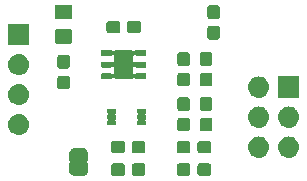
<source format=gbr>
G04 #@! TF.GenerationSoftware,KiCad,Pcbnew,(5.1.4)-1*
G04 #@! TF.CreationDate,2020-09-12T21:09:54+02:00*
G04 #@! TF.ProjectId,Sensorplatine,53656e73-6f72-4706-9c61-74696e652e6b,rev?*
G04 #@! TF.SameCoordinates,Original*
G04 #@! TF.FileFunction,Soldermask,Top*
G04 #@! TF.FilePolarity,Negative*
%FSLAX46Y46*%
G04 Gerber Fmt 4.6, Leading zero omitted, Abs format (unit mm)*
G04 Created by KiCad (PCBNEW (5.1.4)-1) date 2020-09-12 21:09:54*
%MOMM*%
%LPD*%
G04 APERTURE LIST*
%ADD10C,0.100000*%
G04 APERTURE END LIST*
D10*
G36*
X165362199Y-98479954D02*
G01*
X165374450Y-98480556D01*
X165392869Y-98480556D01*
X165415149Y-98482750D01*
X165499233Y-98499476D01*
X165520660Y-98505976D01*
X165599858Y-98538780D01*
X165605303Y-98541691D01*
X165605309Y-98541693D01*
X165614169Y-98546429D01*
X165614173Y-98546432D01*
X165619614Y-98549340D01*
X165690899Y-98596971D01*
X165708204Y-98611172D01*
X165768828Y-98671796D01*
X165783029Y-98689101D01*
X165830660Y-98760386D01*
X165833568Y-98765827D01*
X165833571Y-98765831D01*
X165838307Y-98774691D01*
X165838309Y-98774697D01*
X165841220Y-98780142D01*
X165874024Y-98859340D01*
X165880524Y-98880767D01*
X165897250Y-98964851D01*
X165899444Y-98987131D01*
X165899444Y-99005550D01*
X165900046Y-99017801D01*
X165901852Y-99036139D01*
X165901852Y-99523860D01*
X165900263Y-99539999D01*
X165897348Y-99549608D01*
X165892610Y-99558472D01*
X165886237Y-99566237D01*
X165873794Y-99576448D01*
X165863425Y-99583378D01*
X165846098Y-99600705D01*
X165832485Y-99621080D01*
X165823109Y-99643720D01*
X165818329Y-99667753D01*
X165818330Y-99692257D01*
X165823112Y-99716290D01*
X165832490Y-99738929D01*
X165846105Y-99759302D01*
X165863432Y-99776629D01*
X165873802Y-99783558D01*
X165886237Y-99793763D01*
X165892610Y-99801528D01*
X165897348Y-99810392D01*
X165900263Y-99820001D01*
X165901852Y-99836140D01*
X165901852Y-100323862D01*
X165900046Y-100342199D01*
X165899444Y-100354450D01*
X165899444Y-100372869D01*
X165897250Y-100395149D01*
X165880524Y-100479233D01*
X165874024Y-100500660D01*
X165841220Y-100579858D01*
X165838309Y-100585303D01*
X165838307Y-100585309D01*
X165833571Y-100594169D01*
X165833568Y-100594173D01*
X165830660Y-100599614D01*
X165783029Y-100670899D01*
X165768828Y-100688204D01*
X165708204Y-100748828D01*
X165690899Y-100763029D01*
X165619614Y-100810660D01*
X165614173Y-100813568D01*
X165614169Y-100813571D01*
X165605309Y-100818307D01*
X165605303Y-100818309D01*
X165599858Y-100821220D01*
X165520660Y-100854024D01*
X165499233Y-100860524D01*
X165415149Y-100877250D01*
X165392869Y-100879444D01*
X165374450Y-100879444D01*
X165362199Y-100880046D01*
X165343862Y-100881852D01*
X164856138Y-100881852D01*
X164837801Y-100880046D01*
X164825550Y-100879444D01*
X164807131Y-100879444D01*
X164784851Y-100877250D01*
X164700767Y-100860524D01*
X164679340Y-100854024D01*
X164600142Y-100821220D01*
X164594697Y-100818309D01*
X164594691Y-100818307D01*
X164585831Y-100813571D01*
X164585827Y-100813568D01*
X164580386Y-100810660D01*
X164509101Y-100763029D01*
X164491796Y-100748828D01*
X164431172Y-100688204D01*
X164416971Y-100670899D01*
X164369340Y-100599614D01*
X164366432Y-100594173D01*
X164366429Y-100594169D01*
X164361693Y-100585309D01*
X164361691Y-100585303D01*
X164358780Y-100579858D01*
X164325976Y-100500660D01*
X164319476Y-100479233D01*
X164302750Y-100395149D01*
X164300556Y-100372869D01*
X164300556Y-100354450D01*
X164299954Y-100342199D01*
X164298148Y-100323862D01*
X164298148Y-99836140D01*
X164299737Y-99820001D01*
X164302652Y-99810392D01*
X164307390Y-99801528D01*
X164313763Y-99793763D01*
X164326206Y-99783552D01*
X164336575Y-99776622D01*
X164353902Y-99759295D01*
X164367515Y-99738920D01*
X164376891Y-99716280D01*
X164381671Y-99692247D01*
X164381670Y-99667743D01*
X164376888Y-99643710D01*
X164367510Y-99621071D01*
X164353895Y-99600698D01*
X164336568Y-99583371D01*
X164326198Y-99576442D01*
X164313763Y-99566237D01*
X164307390Y-99558472D01*
X164302652Y-99549608D01*
X164299737Y-99539999D01*
X164298148Y-99523860D01*
X164298148Y-99036139D01*
X164299954Y-99017801D01*
X164300556Y-99005550D01*
X164300556Y-98987131D01*
X164302750Y-98964851D01*
X164319476Y-98880767D01*
X164325976Y-98859340D01*
X164358780Y-98780142D01*
X164361691Y-98774697D01*
X164361693Y-98774691D01*
X164366429Y-98765831D01*
X164366432Y-98765827D01*
X164369340Y-98760386D01*
X164416971Y-98689101D01*
X164431172Y-98671796D01*
X164491796Y-98611172D01*
X164509101Y-98596971D01*
X164580386Y-98549340D01*
X164585827Y-98546432D01*
X164585831Y-98546429D01*
X164594691Y-98541693D01*
X164594697Y-98541691D01*
X164600142Y-98538780D01*
X164679340Y-98505976D01*
X164700767Y-98499476D01*
X164784851Y-98482750D01*
X164807131Y-98480556D01*
X164825550Y-98480556D01*
X164837801Y-98479954D01*
X164856139Y-98478148D01*
X165343861Y-98478148D01*
X165362199Y-98479954D01*
X165362199Y-98479954D01*
G37*
G36*
X176154499Y-99808445D02*
G01*
X176191995Y-99819820D01*
X176226554Y-99838292D01*
X176256847Y-99863153D01*
X176281708Y-99893446D01*
X176300180Y-99928005D01*
X176311555Y-99965501D01*
X176316000Y-100010638D01*
X176316000Y-100649362D01*
X176311555Y-100694499D01*
X176300180Y-100731995D01*
X176281708Y-100766554D01*
X176256847Y-100796847D01*
X176226554Y-100821708D01*
X176191995Y-100840180D01*
X176154499Y-100851555D01*
X176109362Y-100856000D01*
X175370638Y-100856000D01*
X175325501Y-100851555D01*
X175288005Y-100840180D01*
X175253446Y-100821708D01*
X175223153Y-100796847D01*
X175198292Y-100766554D01*
X175179820Y-100731995D01*
X175168445Y-100694499D01*
X175164000Y-100649362D01*
X175164000Y-100010638D01*
X175168445Y-99965501D01*
X175179820Y-99928005D01*
X175198292Y-99893446D01*
X175223153Y-99863153D01*
X175253446Y-99838292D01*
X175288005Y-99819820D01*
X175325501Y-99808445D01*
X175370638Y-99804000D01*
X176109362Y-99804000D01*
X176154499Y-99808445D01*
X176154499Y-99808445D01*
G37*
G36*
X168844499Y-99808445D02*
G01*
X168881995Y-99819820D01*
X168916554Y-99838292D01*
X168946847Y-99863153D01*
X168971708Y-99893446D01*
X168990180Y-99928005D01*
X169001555Y-99965501D01*
X169006000Y-100010638D01*
X169006000Y-100649362D01*
X169001555Y-100694499D01*
X168990180Y-100731995D01*
X168971708Y-100766554D01*
X168946847Y-100796847D01*
X168916554Y-100821708D01*
X168881995Y-100840180D01*
X168844499Y-100851555D01*
X168799362Y-100856000D01*
X168060638Y-100856000D01*
X168015501Y-100851555D01*
X167978005Y-100840180D01*
X167943446Y-100821708D01*
X167913153Y-100796847D01*
X167888292Y-100766554D01*
X167869820Y-100731995D01*
X167858445Y-100694499D01*
X167854000Y-100649362D01*
X167854000Y-100010638D01*
X167858445Y-99965501D01*
X167869820Y-99928005D01*
X167888292Y-99893446D01*
X167913153Y-99863153D01*
X167943446Y-99838292D01*
X167978005Y-99819820D01*
X168015501Y-99808445D01*
X168060638Y-99804000D01*
X168799362Y-99804000D01*
X168844499Y-99808445D01*
X168844499Y-99808445D01*
G37*
G36*
X174404499Y-99808445D02*
G01*
X174441995Y-99819820D01*
X174476554Y-99838292D01*
X174506847Y-99863153D01*
X174531708Y-99893446D01*
X174550180Y-99928005D01*
X174561555Y-99965501D01*
X174566000Y-100010638D01*
X174566000Y-100649362D01*
X174561555Y-100694499D01*
X174550180Y-100731995D01*
X174531708Y-100766554D01*
X174506847Y-100796847D01*
X174476554Y-100821708D01*
X174441995Y-100840180D01*
X174404499Y-100851555D01*
X174359362Y-100856000D01*
X173620638Y-100856000D01*
X173575501Y-100851555D01*
X173538005Y-100840180D01*
X173503446Y-100821708D01*
X173473153Y-100796847D01*
X173448292Y-100766554D01*
X173429820Y-100731995D01*
X173418445Y-100694499D01*
X173414000Y-100649362D01*
X173414000Y-100010638D01*
X173418445Y-99965501D01*
X173429820Y-99928005D01*
X173448292Y-99893446D01*
X173473153Y-99863153D01*
X173503446Y-99838292D01*
X173538005Y-99819820D01*
X173575501Y-99808445D01*
X173620638Y-99804000D01*
X174359362Y-99804000D01*
X174404499Y-99808445D01*
X174404499Y-99808445D01*
G37*
G36*
X170594499Y-99808445D02*
G01*
X170631995Y-99819820D01*
X170666554Y-99838292D01*
X170696847Y-99863153D01*
X170721708Y-99893446D01*
X170740180Y-99928005D01*
X170751555Y-99965501D01*
X170756000Y-100010638D01*
X170756000Y-100649362D01*
X170751555Y-100694499D01*
X170740180Y-100731995D01*
X170721708Y-100766554D01*
X170696847Y-100796847D01*
X170666554Y-100821708D01*
X170631995Y-100840180D01*
X170594499Y-100851555D01*
X170549362Y-100856000D01*
X169810638Y-100856000D01*
X169765501Y-100851555D01*
X169728005Y-100840180D01*
X169693446Y-100821708D01*
X169663153Y-100796847D01*
X169638292Y-100766554D01*
X169619820Y-100731995D01*
X169608445Y-100694499D01*
X169604000Y-100649362D01*
X169604000Y-100010638D01*
X169608445Y-99965501D01*
X169619820Y-99928005D01*
X169638292Y-99893446D01*
X169663153Y-99863153D01*
X169693446Y-99838292D01*
X169728005Y-99819820D01*
X169765501Y-99808445D01*
X169810638Y-99804000D01*
X170549362Y-99804000D01*
X170594499Y-99808445D01*
X170594499Y-99808445D01*
G37*
G36*
X180450442Y-97530518D02*
G01*
X180516627Y-97537037D01*
X180686466Y-97588557D01*
X180842991Y-97672222D01*
X180878729Y-97701552D01*
X180980186Y-97784814D01*
X181063448Y-97886271D01*
X181092778Y-97922009D01*
X181176443Y-98078534D01*
X181227963Y-98248373D01*
X181245359Y-98425000D01*
X181227963Y-98601627D01*
X181176443Y-98771466D01*
X181092778Y-98927991D01*
X181077543Y-98946555D01*
X180980186Y-99065186D01*
X180878729Y-99148448D01*
X180842991Y-99177778D01*
X180686466Y-99261443D01*
X180516627Y-99312963D01*
X180450442Y-99319482D01*
X180384260Y-99326000D01*
X180295740Y-99326000D01*
X180229557Y-99319481D01*
X180163373Y-99312963D01*
X179993534Y-99261443D01*
X179837009Y-99177778D01*
X179801271Y-99148448D01*
X179699814Y-99065186D01*
X179602457Y-98946555D01*
X179587222Y-98927991D01*
X179503557Y-98771466D01*
X179452037Y-98601627D01*
X179434641Y-98425000D01*
X179452037Y-98248373D01*
X179503557Y-98078534D01*
X179587222Y-97922009D01*
X179616552Y-97886271D01*
X179699814Y-97784814D01*
X179801271Y-97701552D01*
X179837009Y-97672222D01*
X179993534Y-97588557D01*
X180163373Y-97537037D01*
X180229558Y-97530518D01*
X180295740Y-97524000D01*
X180384260Y-97524000D01*
X180450442Y-97530518D01*
X180450442Y-97530518D01*
G37*
G36*
X182990442Y-97530518D02*
G01*
X183056627Y-97537037D01*
X183226466Y-97588557D01*
X183382991Y-97672222D01*
X183418729Y-97701552D01*
X183520186Y-97784814D01*
X183603448Y-97886271D01*
X183632778Y-97922009D01*
X183716443Y-98078534D01*
X183767963Y-98248373D01*
X183785359Y-98425000D01*
X183767963Y-98601627D01*
X183716443Y-98771466D01*
X183632778Y-98927991D01*
X183617543Y-98946555D01*
X183520186Y-99065186D01*
X183418729Y-99148448D01*
X183382991Y-99177778D01*
X183226466Y-99261443D01*
X183056627Y-99312963D01*
X182990442Y-99319482D01*
X182924260Y-99326000D01*
X182835740Y-99326000D01*
X182769557Y-99319481D01*
X182703373Y-99312963D01*
X182533534Y-99261443D01*
X182377009Y-99177778D01*
X182341271Y-99148448D01*
X182239814Y-99065186D01*
X182142457Y-98946555D01*
X182127222Y-98927991D01*
X182043557Y-98771466D01*
X181992037Y-98601627D01*
X181974641Y-98425000D01*
X181992037Y-98248373D01*
X182043557Y-98078534D01*
X182127222Y-97922009D01*
X182156552Y-97886271D01*
X182239814Y-97784814D01*
X182341271Y-97701552D01*
X182377009Y-97672222D01*
X182533534Y-97588557D01*
X182703373Y-97537037D01*
X182769558Y-97530518D01*
X182835740Y-97524000D01*
X182924260Y-97524000D01*
X182990442Y-97530518D01*
X182990442Y-97530518D01*
G37*
G36*
X174404499Y-97903445D02*
G01*
X174441995Y-97914820D01*
X174476554Y-97933292D01*
X174506847Y-97958153D01*
X174531708Y-97988446D01*
X174550180Y-98023005D01*
X174561555Y-98060501D01*
X174566000Y-98105638D01*
X174566000Y-98744362D01*
X174561555Y-98789499D01*
X174550180Y-98826995D01*
X174531708Y-98861554D01*
X174506847Y-98891847D01*
X174476554Y-98916708D01*
X174441995Y-98935180D01*
X174404499Y-98946555D01*
X174359362Y-98951000D01*
X173620638Y-98951000D01*
X173575501Y-98946555D01*
X173538005Y-98935180D01*
X173503446Y-98916708D01*
X173473153Y-98891847D01*
X173448292Y-98861554D01*
X173429820Y-98826995D01*
X173418445Y-98789499D01*
X173414000Y-98744362D01*
X173414000Y-98105638D01*
X173418445Y-98060501D01*
X173429820Y-98023005D01*
X173448292Y-97988446D01*
X173473153Y-97958153D01*
X173503446Y-97933292D01*
X173538005Y-97914820D01*
X173575501Y-97903445D01*
X173620638Y-97899000D01*
X174359362Y-97899000D01*
X174404499Y-97903445D01*
X174404499Y-97903445D01*
G37*
G36*
X176154499Y-97903445D02*
G01*
X176191995Y-97914820D01*
X176226554Y-97933292D01*
X176256847Y-97958153D01*
X176281708Y-97988446D01*
X176300180Y-98023005D01*
X176311555Y-98060501D01*
X176316000Y-98105638D01*
X176316000Y-98744362D01*
X176311555Y-98789499D01*
X176300180Y-98826995D01*
X176281708Y-98861554D01*
X176256847Y-98891847D01*
X176226554Y-98916708D01*
X176191995Y-98935180D01*
X176154499Y-98946555D01*
X176109362Y-98951000D01*
X175370638Y-98951000D01*
X175325501Y-98946555D01*
X175288005Y-98935180D01*
X175253446Y-98916708D01*
X175223153Y-98891847D01*
X175198292Y-98861554D01*
X175179820Y-98826995D01*
X175168445Y-98789499D01*
X175164000Y-98744362D01*
X175164000Y-98105638D01*
X175168445Y-98060501D01*
X175179820Y-98023005D01*
X175198292Y-97988446D01*
X175223153Y-97958153D01*
X175253446Y-97933292D01*
X175288005Y-97914820D01*
X175325501Y-97903445D01*
X175370638Y-97899000D01*
X176109362Y-97899000D01*
X176154499Y-97903445D01*
X176154499Y-97903445D01*
G37*
G36*
X168844499Y-97903445D02*
G01*
X168881995Y-97914820D01*
X168916554Y-97933292D01*
X168946847Y-97958153D01*
X168971708Y-97988446D01*
X168990180Y-98023005D01*
X169001555Y-98060501D01*
X169006000Y-98105638D01*
X169006000Y-98744362D01*
X169001555Y-98789499D01*
X168990180Y-98826995D01*
X168971708Y-98861554D01*
X168946847Y-98891847D01*
X168916554Y-98916708D01*
X168881995Y-98935180D01*
X168844499Y-98946555D01*
X168799362Y-98951000D01*
X168060638Y-98951000D01*
X168015501Y-98946555D01*
X167978005Y-98935180D01*
X167943446Y-98916708D01*
X167913153Y-98891847D01*
X167888292Y-98861554D01*
X167869820Y-98826995D01*
X167858445Y-98789499D01*
X167854000Y-98744362D01*
X167854000Y-98105638D01*
X167858445Y-98060501D01*
X167869820Y-98023005D01*
X167888292Y-97988446D01*
X167913153Y-97958153D01*
X167943446Y-97933292D01*
X167978005Y-97914820D01*
X168015501Y-97903445D01*
X168060638Y-97899000D01*
X168799362Y-97899000D01*
X168844499Y-97903445D01*
X168844499Y-97903445D01*
G37*
G36*
X170594499Y-97903445D02*
G01*
X170631995Y-97914820D01*
X170666554Y-97933292D01*
X170696847Y-97958153D01*
X170721708Y-97988446D01*
X170740180Y-98023005D01*
X170751555Y-98060501D01*
X170756000Y-98105638D01*
X170756000Y-98744362D01*
X170751555Y-98789499D01*
X170740180Y-98826995D01*
X170721708Y-98861554D01*
X170696847Y-98891847D01*
X170666554Y-98916708D01*
X170631995Y-98935180D01*
X170594499Y-98946555D01*
X170549362Y-98951000D01*
X169810638Y-98951000D01*
X169765501Y-98946555D01*
X169728005Y-98935180D01*
X169693446Y-98916708D01*
X169663153Y-98891847D01*
X169638292Y-98861554D01*
X169619820Y-98826995D01*
X169608445Y-98789499D01*
X169604000Y-98744362D01*
X169604000Y-98105638D01*
X169608445Y-98060501D01*
X169619820Y-98023005D01*
X169638292Y-97988446D01*
X169663153Y-97958153D01*
X169693446Y-97933292D01*
X169728005Y-97914820D01*
X169765501Y-97903445D01*
X169810638Y-97899000D01*
X170549362Y-97899000D01*
X170594499Y-97903445D01*
X170594499Y-97903445D01*
G37*
G36*
X160130442Y-95625518D02*
G01*
X160196627Y-95632037D01*
X160366466Y-95683557D01*
X160366468Y-95683558D01*
X160411615Y-95707690D01*
X160522991Y-95767222D01*
X160544044Y-95784500D01*
X160660186Y-95879814D01*
X160712861Y-95944000D01*
X160772778Y-96017009D01*
X160772779Y-96017011D01*
X160844573Y-96151326D01*
X160856443Y-96173534D01*
X160907963Y-96343373D01*
X160925359Y-96520000D01*
X160907963Y-96696627D01*
X160856443Y-96866466D01*
X160772778Y-97022991D01*
X160749236Y-97051677D01*
X160660186Y-97160186D01*
X160558729Y-97243448D01*
X160522991Y-97272778D01*
X160366466Y-97356443D01*
X160196627Y-97407963D01*
X160130442Y-97414482D01*
X160064260Y-97421000D01*
X159975740Y-97421000D01*
X159909558Y-97414482D01*
X159843373Y-97407963D01*
X159673534Y-97356443D01*
X159517009Y-97272778D01*
X159481271Y-97243448D01*
X159379814Y-97160186D01*
X159290764Y-97051677D01*
X159267222Y-97022991D01*
X159183557Y-96866466D01*
X159132037Y-96696627D01*
X159114641Y-96520000D01*
X159132037Y-96343373D01*
X159183557Y-96173534D01*
X159195428Y-96151326D01*
X159267221Y-96017011D01*
X159267222Y-96017009D01*
X159327139Y-95944000D01*
X159379814Y-95879814D01*
X159495956Y-95784500D01*
X159517009Y-95767222D01*
X159628385Y-95707690D01*
X159673532Y-95683558D01*
X159673534Y-95683557D01*
X159843373Y-95632037D01*
X159909558Y-95625518D01*
X159975740Y-95619000D01*
X160064260Y-95619000D01*
X160130442Y-95625518D01*
X160130442Y-95625518D01*
G37*
G36*
X174354499Y-95948445D02*
G01*
X174391995Y-95959820D01*
X174426554Y-95978292D01*
X174456847Y-96003153D01*
X174481708Y-96033446D01*
X174500180Y-96068005D01*
X174511555Y-96105501D01*
X174516000Y-96150638D01*
X174516000Y-96889362D01*
X174511555Y-96934499D01*
X174500180Y-96971995D01*
X174481708Y-97006554D01*
X174456847Y-97036847D01*
X174426554Y-97061708D01*
X174391995Y-97080180D01*
X174354499Y-97091555D01*
X174309362Y-97096000D01*
X173670638Y-97096000D01*
X173625501Y-97091555D01*
X173588005Y-97080180D01*
X173553446Y-97061708D01*
X173523153Y-97036847D01*
X173498292Y-97006554D01*
X173479820Y-96971995D01*
X173468445Y-96934499D01*
X173464000Y-96889362D01*
X173464000Y-96150638D01*
X173468445Y-96105501D01*
X173479820Y-96068005D01*
X173498292Y-96033446D01*
X173523153Y-96003153D01*
X173553446Y-95978292D01*
X173588005Y-95959820D01*
X173625501Y-95948445D01*
X173670638Y-95944000D01*
X174309362Y-95944000D01*
X174354499Y-95948445D01*
X174354499Y-95948445D01*
G37*
G36*
X176259499Y-95948445D02*
G01*
X176296995Y-95959820D01*
X176331554Y-95978292D01*
X176361847Y-96003153D01*
X176386708Y-96033446D01*
X176405180Y-96068005D01*
X176416555Y-96105501D01*
X176421000Y-96150638D01*
X176421000Y-96889362D01*
X176416555Y-96934499D01*
X176405180Y-96971995D01*
X176386708Y-97006554D01*
X176361847Y-97036847D01*
X176331554Y-97061708D01*
X176296995Y-97080180D01*
X176259499Y-97091555D01*
X176214362Y-97096000D01*
X175575638Y-97096000D01*
X175530501Y-97091555D01*
X175493005Y-97080180D01*
X175458446Y-97061708D01*
X175428153Y-97036847D01*
X175403292Y-97006554D01*
X175384820Y-96971995D01*
X175373445Y-96934499D01*
X175369000Y-96889362D01*
X175369000Y-96150638D01*
X175373445Y-96105501D01*
X175384820Y-96068005D01*
X175403292Y-96033446D01*
X175428153Y-96003153D01*
X175458446Y-95978292D01*
X175493005Y-95959820D01*
X175530501Y-95948445D01*
X175575638Y-95944000D01*
X176214362Y-95944000D01*
X176259499Y-95948445D01*
X176259499Y-95948445D01*
G37*
G36*
X182990443Y-94990519D02*
G01*
X183056627Y-94997037D01*
X183226466Y-95048557D01*
X183382991Y-95132222D01*
X183418729Y-95161552D01*
X183520186Y-95244814D01*
X183586796Y-95325980D01*
X183632778Y-95382009D01*
X183716443Y-95538534D01*
X183767963Y-95708373D01*
X183785359Y-95885000D01*
X183767963Y-96061627D01*
X183716443Y-96231466D01*
X183632778Y-96387991D01*
X183603448Y-96423729D01*
X183520186Y-96525186D01*
X183418729Y-96608448D01*
X183382991Y-96637778D01*
X183226466Y-96721443D01*
X183056627Y-96772963D01*
X182990442Y-96779482D01*
X182924260Y-96786000D01*
X182835740Y-96786000D01*
X182769558Y-96779482D01*
X182703373Y-96772963D01*
X182533534Y-96721443D01*
X182377009Y-96637778D01*
X182341271Y-96608448D01*
X182239814Y-96525186D01*
X182156552Y-96423729D01*
X182127222Y-96387991D01*
X182043557Y-96231466D01*
X181992037Y-96061627D01*
X181974641Y-95885000D01*
X181992037Y-95708373D01*
X182043557Y-95538534D01*
X182127222Y-95382009D01*
X182173204Y-95325980D01*
X182239814Y-95244814D01*
X182341271Y-95161552D01*
X182377009Y-95132222D01*
X182533534Y-95048557D01*
X182703373Y-94997037D01*
X182769557Y-94990519D01*
X182835740Y-94984000D01*
X182924260Y-94984000D01*
X182990443Y-94990519D01*
X182990443Y-94990519D01*
G37*
G36*
X180450443Y-94990519D02*
G01*
X180516627Y-94997037D01*
X180686466Y-95048557D01*
X180842991Y-95132222D01*
X180878729Y-95161552D01*
X180980186Y-95244814D01*
X181046796Y-95325980D01*
X181092778Y-95382009D01*
X181176443Y-95538534D01*
X181227963Y-95708373D01*
X181245359Y-95885000D01*
X181227963Y-96061627D01*
X181176443Y-96231466D01*
X181092778Y-96387991D01*
X181063448Y-96423729D01*
X180980186Y-96525186D01*
X180878729Y-96608448D01*
X180842991Y-96637778D01*
X180686466Y-96721443D01*
X180516627Y-96772963D01*
X180450442Y-96779482D01*
X180384260Y-96786000D01*
X180295740Y-96786000D01*
X180229558Y-96779482D01*
X180163373Y-96772963D01*
X179993534Y-96721443D01*
X179837009Y-96637778D01*
X179801271Y-96608448D01*
X179699814Y-96525186D01*
X179616552Y-96423729D01*
X179587222Y-96387991D01*
X179503557Y-96231466D01*
X179452037Y-96061627D01*
X179434641Y-95885000D01*
X179452037Y-95708373D01*
X179503557Y-95538534D01*
X179587222Y-95382009D01*
X179633204Y-95325980D01*
X179699814Y-95244814D01*
X179801271Y-95161552D01*
X179837009Y-95132222D01*
X179993534Y-95048557D01*
X180163373Y-94997037D01*
X180229557Y-94990519D01*
X180295740Y-94984000D01*
X180384260Y-94984000D01*
X180450443Y-94990519D01*
X180450443Y-94990519D01*
G37*
G36*
X170754295Y-95177323D02*
G01*
X170761310Y-95179451D01*
X170767776Y-95182908D01*
X170773442Y-95187558D01*
X170778092Y-95193224D01*
X170781549Y-95199690D01*
X170783677Y-95206705D01*
X170785000Y-95220140D01*
X170785000Y-95533860D01*
X170783677Y-95547295D01*
X170781549Y-95554310D01*
X170772590Y-95571070D01*
X170771961Y-95572011D01*
X170762570Y-95594644D01*
X170757775Y-95618674D01*
X170757761Y-95643178D01*
X170762527Y-95667214D01*
X170771891Y-95689859D01*
X170772526Y-95690809D01*
X170781549Y-95707690D01*
X170783677Y-95714705D01*
X170785000Y-95728140D01*
X170785000Y-96041860D01*
X170783677Y-96055295D01*
X170781549Y-96062310D01*
X170772590Y-96079070D01*
X170771961Y-96080011D01*
X170762570Y-96102644D01*
X170757775Y-96126674D01*
X170757761Y-96151178D01*
X170762527Y-96175214D01*
X170771891Y-96197859D01*
X170772526Y-96198809D01*
X170781549Y-96215690D01*
X170783677Y-96222705D01*
X170785000Y-96236140D01*
X170785000Y-96549860D01*
X170783677Y-96563295D01*
X170781549Y-96570310D01*
X170778092Y-96576776D01*
X170773442Y-96582442D01*
X170767776Y-96587092D01*
X170761310Y-96590549D01*
X170754295Y-96592677D01*
X170740860Y-96594000D01*
X170127140Y-96594000D01*
X170113705Y-96592677D01*
X170106690Y-96590549D01*
X170100224Y-96587092D01*
X170094558Y-96582442D01*
X170089908Y-96576776D01*
X170086451Y-96570310D01*
X170084323Y-96563295D01*
X170083000Y-96549860D01*
X170083000Y-96236140D01*
X170084323Y-96222705D01*
X170086451Y-96215690D01*
X170095410Y-96198930D01*
X170096039Y-96197989D01*
X170105430Y-96175356D01*
X170110225Y-96151326D01*
X170110239Y-96126822D01*
X170105473Y-96102786D01*
X170096109Y-96080141D01*
X170095474Y-96079191D01*
X170086451Y-96062310D01*
X170084323Y-96055295D01*
X170083000Y-96041860D01*
X170083000Y-95728140D01*
X170084323Y-95714705D01*
X170086451Y-95707690D01*
X170095410Y-95690930D01*
X170096039Y-95689989D01*
X170105430Y-95667356D01*
X170110225Y-95643326D01*
X170110239Y-95618822D01*
X170105473Y-95594786D01*
X170096109Y-95572141D01*
X170095474Y-95571191D01*
X170086451Y-95554310D01*
X170084323Y-95547295D01*
X170083000Y-95533860D01*
X170083000Y-95220140D01*
X170084323Y-95206705D01*
X170086451Y-95199690D01*
X170089908Y-95193224D01*
X170094558Y-95187558D01*
X170100224Y-95182908D01*
X170106690Y-95179451D01*
X170113705Y-95177323D01*
X170127140Y-95176000D01*
X170740860Y-95176000D01*
X170754295Y-95177323D01*
X170754295Y-95177323D01*
G37*
G36*
X168214295Y-95177323D02*
G01*
X168221310Y-95179451D01*
X168227776Y-95182908D01*
X168233442Y-95187558D01*
X168238092Y-95193224D01*
X168241549Y-95199690D01*
X168243677Y-95206705D01*
X168245000Y-95220140D01*
X168245000Y-95533860D01*
X168243677Y-95547295D01*
X168241549Y-95554310D01*
X168232590Y-95571070D01*
X168231961Y-95572011D01*
X168222570Y-95594644D01*
X168217775Y-95618674D01*
X168217761Y-95643178D01*
X168222527Y-95667214D01*
X168231891Y-95689859D01*
X168232526Y-95690809D01*
X168241549Y-95707690D01*
X168243677Y-95714705D01*
X168245000Y-95728140D01*
X168245000Y-96041860D01*
X168243677Y-96055295D01*
X168241549Y-96062310D01*
X168232590Y-96079070D01*
X168231961Y-96080011D01*
X168222570Y-96102644D01*
X168217775Y-96126674D01*
X168217761Y-96151178D01*
X168222527Y-96175214D01*
X168231891Y-96197859D01*
X168232526Y-96198809D01*
X168241549Y-96215690D01*
X168243677Y-96222705D01*
X168245000Y-96236140D01*
X168245000Y-96549860D01*
X168243677Y-96563295D01*
X168241549Y-96570310D01*
X168238092Y-96576776D01*
X168233442Y-96582442D01*
X168227776Y-96587092D01*
X168221310Y-96590549D01*
X168214295Y-96592677D01*
X168200860Y-96594000D01*
X167587140Y-96594000D01*
X167573705Y-96592677D01*
X167566690Y-96590549D01*
X167560224Y-96587092D01*
X167554558Y-96582442D01*
X167549908Y-96576776D01*
X167546451Y-96570310D01*
X167544323Y-96563295D01*
X167543000Y-96549860D01*
X167543000Y-96236140D01*
X167544323Y-96222705D01*
X167546451Y-96215690D01*
X167555410Y-96198930D01*
X167556039Y-96197989D01*
X167565430Y-96175356D01*
X167570225Y-96151326D01*
X167570239Y-96126822D01*
X167565473Y-96102786D01*
X167556109Y-96080141D01*
X167555474Y-96079191D01*
X167546451Y-96062310D01*
X167544323Y-96055295D01*
X167543000Y-96041860D01*
X167543000Y-95728140D01*
X167544323Y-95714705D01*
X167546451Y-95707690D01*
X167555410Y-95690930D01*
X167556039Y-95689989D01*
X167565430Y-95667356D01*
X167570225Y-95643326D01*
X167570239Y-95618822D01*
X167565473Y-95594786D01*
X167556109Y-95572141D01*
X167555474Y-95571191D01*
X167546451Y-95554310D01*
X167544323Y-95547295D01*
X167543000Y-95533860D01*
X167543000Y-95220140D01*
X167544323Y-95206705D01*
X167546451Y-95199690D01*
X167549908Y-95193224D01*
X167554558Y-95187558D01*
X167560224Y-95182908D01*
X167566690Y-95179451D01*
X167573705Y-95177323D01*
X167587140Y-95176000D01*
X168200860Y-95176000D01*
X168214295Y-95177323D01*
X168214295Y-95177323D01*
G37*
G36*
X176259499Y-94198445D02*
G01*
X176296995Y-94209820D01*
X176331554Y-94228292D01*
X176361847Y-94253153D01*
X176386708Y-94283446D01*
X176405180Y-94318005D01*
X176416555Y-94355501D01*
X176421000Y-94400638D01*
X176421000Y-95139362D01*
X176416555Y-95184499D01*
X176405180Y-95221995D01*
X176386708Y-95256554D01*
X176361847Y-95286847D01*
X176331554Y-95311708D01*
X176296995Y-95330180D01*
X176259499Y-95341555D01*
X176214362Y-95346000D01*
X175575638Y-95346000D01*
X175530501Y-95341555D01*
X175493005Y-95330180D01*
X175458446Y-95311708D01*
X175428153Y-95286847D01*
X175403292Y-95256554D01*
X175384820Y-95221995D01*
X175373445Y-95184499D01*
X175369000Y-95139362D01*
X175369000Y-94400638D01*
X175373445Y-94355501D01*
X175384820Y-94318005D01*
X175403292Y-94283446D01*
X175428153Y-94253153D01*
X175458446Y-94228292D01*
X175493005Y-94209820D01*
X175530501Y-94198445D01*
X175575638Y-94194000D01*
X176214362Y-94194000D01*
X176259499Y-94198445D01*
X176259499Y-94198445D01*
G37*
G36*
X174354499Y-94198445D02*
G01*
X174391995Y-94209820D01*
X174426554Y-94228292D01*
X174456847Y-94253153D01*
X174481708Y-94283446D01*
X174500180Y-94318005D01*
X174511555Y-94355501D01*
X174516000Y-94400638D01*
X174516000Y-95139362D01*
X174511555Y-95184499D01*
X174500180Y-95221995D01*
X174481708Y-95256554D01*
X174456847Y-95286847D01*
X174426554Y-95311708D01*
X174391995Y-95330180D01*
X174354499Y-95341555D01*
X174309362Y-95346000D01*
X173670638Y-95346000D01*
X173625501Y-95341555D01*
X173588005Y-95330180D01*
X173553446Y-95311708D01*
X173523153Y-95286847D01*
X173498292Y-95256554D01*
X173479820Y-95221995D01*
X173468445Y-95184499D01*
X173464000Y-95139362D01*
X173464000Y-94400638D01*
X173468445Y-94355501D01*
X173479820Y-94318005D01*
X173498292Y-94283446D01*
X173523153Y-94253153D01*
X173553446Y-94228292D01*
X173588005Y-94209820D01*
X173625501Y-94198445D01*
X173670638Y-94194000D01*
X174309362Y-94194000D01*
X174354499Y-94198445D01*
X174354499Y-94198445D01*
G37*
G36*
X160130443Y-93085519D02*
G01*
X160196627Y-93092037D01*
X160366466Y-93143557D01*
X160522991Y-93227222D01*
X160540604Y-93241677D01*
X160660186Y-93339814D01*
X160739577Y-93436554D01*
X160772778Y-93477009D01*
X160856443Y-93633534D01*
X160907963Y-93803373D01*
X160925359Y-93980000D01*
X160907963Y-94156627D01*
X160856443Y-94326466D01*
X160772778Y-94482991D01*
X160743448Y-94518729D01*
X160660186Y-94620186D01*
X160558729Y-94703448D01*
X160522991Y-94732778D01*
X160366466Y-94816443D01*
X160196627Y-94867963D01*
X160130443Y-94874481D01*
X160064260Y-94881000D01*
X159975740Y-94881000D01*
X159909557Y-94874481D01*
X159843373Y-94867963D01*
X159673534Y-94816443D01*
X159517009Y-94732778D01*
X159481271Y-94703448D01*
X159379814Y-94620186D01*
X159296552Y-94518729D01*
X159267222Y-94482991D01*
X159183557Y-94326466D01*
X159132037Y-94156627D01*
X159114641Y-93980000D01*
X159132037Y-93803373D01*
X159183557Y-93633534D01*
X159267222Y-93477009D01*
X159300423Y-93436554D01*
X159379814Y-93339814D01*
X159499396Y-93241677D01*
X159517009Y-93227222D01*
X159673534Y-93143557D01*
X159843373Y-93092037D01*
X159909557Y-93085519D01*
X159975740Y-93079000D01*
X160064260Y-93079000D01*
X160130443Y-93085519D01*
X160130443Y-93085519D01*
G37*
G36*
X183781000Y-94246000D02*
G01*
X181979000Y-94246000D01*
X181979000Y-92444000D01*
X183781000Y-92444000D01*
X183781000Y-94246000D01*
X183781000Y-94246000D01*
G37*
G36*
X180450443Y-92450519D02*
G01*
X180516627Y-92457037D01*
X180686466Y-92508557D01*
X180842991Y-92592222D01*
X180861981Y-92607807D01*
X180980186Y-92704814D01*
X181063448Y-92806271D01*
X181092778Y-92842009D01*
X181176443Y-92998534D01*
X181227963Y-93168373D01*
X181245359Y-93345000D01*
X181227963Y-93521627D01*
X181176443Y-93691466D01*
X181092778Y-93847991D01*
X181063448Y-93883729D01*
X180980186Y-93985186D01*
X180878729Y-94068448D01*
X180842991Y-94097778D01*
X180686466Y-94181443D01*
X180516627Y-94232963D01*
X180462205Y-94238323D01*
X180384260Y-94246000D01*
X180295740Y-94246000D01*
X180217795Y-94238323D01*
X180163373Y-94232963D01*
X179993534Y-94181443D01*
X179837009Y-94097778D01*
X179801271Y-94068448D01*
X179699814Y-93985186D01*
X179616552Y-93883729D01*
X179587222Y-93847991D01*
X179503557Y-93691466D01*
X179452037Y-93521627D01*
X179434641Y-93345000D01*
X179452037Y-93168373D01*
X179503557Y-92998534D01*
X179587222Y-92842009D01*
X179616552Y-92806271D01*
X179699814Y-92704814D01*
X179818019Y-92607807D01*
X179837009Y-92592222D01*
X179993534Y-92508557D01*
X180163373Y-92457037D01*
X180229557Y-92450519D01*
X180295740Y-92444000D01*
X180384260Y-92444000D01*
X180450443Y-92450519D01*
X180450443Y-92450519D01*
G37*
G36*
X164194499Y-92378445D02*
G01*
X164231995Y-92389820D01*
X164266554Y-92408292D01*
X164296847Y-92433153D01*
X164321708Y-92463446D01*
X164340180Y-92498005D01*
X164351555Y-92535501D01*
X164356000Y-92580638D01*
X164356000Y-93319362D01*
X164351555Y-93364499D01*
X164340180Y-93401995D01*
X164321708Y-93436554D01*
X164296847Y-93466847D01*
X164266554Y-93491708D01*
X164231995Y-93510180D01*
X164194499Y-93521555D01*
X164149362Y-93526000D01*
X163510638Y-93526000D01*
X163465501Y-93521555D01*
X163428005Y-93510180D01*
X163393446Y-93491708D01*
X163363153Y-93466847D01*
X163338292Y-93436554D01*
X163319820Y-93401995D01*
X163308445Y-93364499D01*
X163304000Y-93319362D01*
X163304000Y-92580638D01*
X163308445Y-92535501D01*
X163319820Y-92498005D01*
X163338292Y-92463446D01*
X163363153Y-92433153D01*
X163393446Y-92408292D01*
X163428005Y-92389820D01*
X163465501Y-92378445D01*
X163510638Y-92374000D01*
X164149362Y-92374000D01*
X164194499Y-92378445D01*
X164194499Y-92378445D01*
G37*
G36*
X176259499Y-92138445D02*
G01*
X176296995Y-92149820D01*
X176331554Y-92168292D01*
X176361847Y-92193153D01*
X176386708Y-92223446D01*
X176405180Y-92258005D01*
X176416555Y-92295501D01*
X176421000Y-92340638D01*
X176421000Y-93079362D01*
X176416555Y-93124499D01*
X176405180Y-93161995D01*
X176386708Y-93196554D01*
X176361847Y-93226847D01*
X176331554Y-93251708D01*
X176296995Y-93270180D01*
X176259499Y-93281555D01*
X176214362Y-93286000D01*
X175575638Y-93286000D01*
X175530501Y-93281555D01*
X175493005Y-93270180D01*
X175458446Y-93251708D01*
X175428153Y-93226847D01*
X175403292Y-93196554D01*
X175384820Y-93161995D01*
X175373445Y-93124499D01*
X175369000Y-93079362D01*
X175369000Y-92340638D01*
X175373445Y-92295501D01*
X175384820Y-92258005D01*
X175403292Y-92223446D01*
X175428153Y-92193153D01*
X175458446Y-92168292D01*
X175493005Y-92149820D01*
X175530501Y-92138445D01*
X175575638Y-92134000D01*
X176214362Y-92134000D01*
X176259499Y-92138445D01*
X176259499Y-92138445D01*
G37*
G36*
X174354499Y-92138445D02*
G01*
X174391995Y-92149820D01*
X174426554Y-92168292D01*
X174456847Y-92193153D01*
X174481708Y-92223446D01*
X174500180Y-92258005D01*
X174511555Y-92295501D01*
X174516000Y-92340638D01*
X174516000Y-93079362D01*
X174511555Y-93124499D01*
X174500180Y-93161995D01*
X174481708Y-93196554D01*
X174456847Y-93226847D01*
X174426554Y-93251708D01*
X174391995Y-93270180D01*
X174354499Y-93281555D01*
X174309362Y-93286000D01*
X173670638Y-93286000D01*
X173625501Y-93281555D01*
X173588005Y-93270180D01*
X173553446Y-93251708D01*
X173523153Y-93226847D01*
X173498292Y-93196554D01*
X173479820Y-93161995D01*
X173468445Y-93124499D01*
X173464000Y-93079362D01*
X173464000Y-92340638D01*
X173468445Y-92295501D01*
X173479820Y-92258005D01*
X173498292Y-92223446D01*
X173523153Y-92193153D01*
X173553446Y-92168292D01*
X173588005Y-92149820D01*
X173625501Y-92138445D01*
X173670638Y-92134000D01*
X174309362Y-92134000D01*
X174354499Y-92138445D01*
X174354499Y-92138445D01*
G37*
G36*
X167860170Y-90190803D02*
G01*
X167871875Y-90194354D01*
X167882665Y-90200121D01*
X167892119Y-90207881D01*
X167899879Y-90217335D01*
X167905646Y-90228125D01*
X167911350Y-90246927D01*
X167920728Y-90269566D01*
X167934342Y-90289940D01*
X167951670Y-90307266D01*
X167972044Y-90320880D01*
X167994683Y-90330256D01*
X168018717Y-90335036D01*
X168043221Y-90335036D01*
X168067254Y-90330255D01*
X168089893Y-90320877D01*
X168110267Y-90307263D01*
X168127593Y-90289935D01*
X168139447Y-90272193D01*
X168163222Y-90243222D01*
X168190964Y-90220456D01*
X168222613Y-90203539D01*
X168256952Y-90193122D01*
X168298807Y-90189000D01*
X169521193Y-90189000D01*
X169563048Y-90193122D01*
X169597387Y-90203539D01*
X169629036Y-90220456D01*
X169656778Y-90243222D01*
X169680552Y-90272192D01*
X169692406Y-90289934D01*
X169709732Y-90307262D01*
X169730106Y-90320876D01*
X169752745Y-90330254D01*
X169776778Y-90335036D01*
X169801282Y-90335037D01*
X169825315Y-90330257D01*
X169847954Y-90320880D01*
X169868329Y-90307267D01*
X169885657Y-90289941D01*
X169899271Y-90269567D01*
X169908650Y-90246927D01*
X169914354Y-90228125D01*
X169920121Y-90217335D01*
X169927881Y-90207881D01*
X169937335Y-90200121D01*
X169948125Y-90194354D01*
X169959830Y-90190803D01*
X169978138Y-90189000D01*
X170741862Y-90189000D01*
X170760170Y-90190803D01*
X170771875Y-90194354D01*
X170782665Y-90200121D01*
X170792119Y-90207881D01*
X170799879Y-90217335D01*
X170805646Y-90228125D01*
X170809197Y-90239830D01*
X170811000Y-90258138D01*
X170811000Y-90621862D01*
X170809197Y-90640170D01*
X170805646Y-90651875D01*
X170799879Y-90662665D01*
X170792119Y-90672119D01*
X170782665Y-90679879D01*
X170771875Y-90685646D01*
X170760170Y-90689197D01*
X170741862Y-90691000D01*
X169978138Y-90691000D01*
X169959830Y-90689197D01*
X169948125Y-90685646D01*
X169937335Y-90679879D01*
X169922096Y-90667372D01*
X169915298Y-90660574D01*
X169894924Y-90646960D01*
X169872285Y-90637583D01*
X169848252Y-90632802D01*
X169823748Y-90632802D01*
X169799715Y-90637582D01*
X169777076Y-90646959D01*
X169756701Y-90660573D01*
X169739374Y-90677900D01*
X169725760Y-90698274D01*
X169716383Y-90720913D01*
X169711602Y-90744946D01*
X169711000Y-90757199D01*
X169711000Y-91122801D01*
X169713402Y-91147187D01*
X169720515Y-91170636D01*
X169732066Y-91192247D01*
X169747611Y-91211189D01*
X169766553Y-91226734D01*
X169788164Y-91238285D01*
X169811613Y-91245398D01*
X169835999Y-91247800D01*
X169860385Y-91245398D01*
X169883834Y-91238285D01*
X169905445Y-91226734D01*
X169924387Y-91211189D01*
X169925948Y-91209467D01*
X169937335Y-91200121D01*
X169948125Y-91194354D01*
X169959830Y-91190803D01*
X169978138Y-91189000D01*
X170741862Y-91189000D01*
X170760170Y-91190803D01*
X170771875Y-91194354D01*
X170782665Y-91200121D01*
X170792119Y-91207881D01*
X170799879Y-91217335D01*
X170805646Y-91228125D01*
X170809197Y-91239830D01*
X170811000Y-91258138D01*
X170811000Y-91621862D01*
X170809197Y-91640170D01*
X170805646Y-91651875D01*
X170799879Y-91662665D01*
X170792119Y-91672119D01*
X170782665Y-91679879D01*
X170771875Y-91685646D01*
X170760170Y-91689197D01*
X170741862Y-91691000D01*
X169978138Y-91691000D01*
X169959830Y-91689197D01*
X169948125Y-91685646D01*
X169937335Y-91679879D01*
X169922096Y-91667372D01*
X169915298Y-91660574D01*
X169894924Y-91646960D01*
X169872285Y-91637583D01*
X169848252Y-91632802D01*
X169823748Y-91632802D01*
X169799715Y-91637582D01*
X169777076Y-91646959D01*
X169756701Y-91660573D01*
X169739374Y-91677900D01*
X169725760Y-91698274D01*
X169716383Y-91720913D01*
X169711602Y-91744946D01*
X169711000Y-91757199D01*
X169711000Y-92122801D01*
X169713402Y-92147187D01*
X169720515Y-92170636D01*
X169732066Y-92192247D01*
X169747611Y-92211189D01*
X169766553Y-92226734D01*
X169788164Y-92238285D01*
X169811613Y-92245398D01*
X169835999Y-92247800D01*
X169860385Y-92245398D01*
X169883834Y-92238285D01*
X169905445Y-92226734D01*
X169924387Y-92211189D01*
X169925948Y-92209467D01*
X169937335Y-92200121D01*
X169948125Y-92194354D01*
X169959830Y-92190803D01*
X169978138Y-92189000D01*
X170741862Y-92189000D01*
X170760170Y-92190803D01*
X170771875Y-92194354D01*
X170782665Y-92200121D01*
X170792119Y-92207881D01*
X170799879Y-92217335D01*
X170805646Y-92228125D01*
X170809197Y-92239830D01*
X170811000Y-92258138D01*
X170811000Y-92621862D01*
X170809197Y-92640170D01*
X170805646Y-92651875D01*
X170799879Y-92662665D01*
X170792119Y-92672119D01*
X170782665Y-92679879D01*
X170771875Y-92685646D01*
X170760170Y-92689197D01*
X170741862Y-92691000D01*
X169978138Y-92691000D01*
X169959830Y-92689197D01*
X169948125Y-92685646D01*
X169937335Y-92679879D01*
X169927881Y-92672119D01*
X169920121Y-92662665D01*
X169914354Y-92651875D01*
X169908650Y-92633073D01*
X169899272Y-92610434D01*
X169885658Y-92590060D01*
X169868330Y-92572734D01*
X169847956Y-92559120D01*
X169825317Y-92549744D01*
X169801283Y-92544964D01*
X169776779Y-92544964D01*
X169752746Y-92549745D01*
X169730107Y-92559123D01*
X169709733Y-92572737D01*
X169692407Y-92590065D01*
X169680553Y-92607807D01*
X169656778Y-92636778D01*
X169629036Y-92659544D01*
X169597387Y-92676461D01*
X169563048Y-92686878D01*
X169521193Y-92691000D01*
X168298807Y-92691000D01*
X168256952Y-92686878D01*
X168222613Y-92676461D01*
X168190964Y-92659544D01*
X168163222Y-92636778D01*
X168139448Y-92607808D01*
X168127594Y-92590066D01*
X168110268Y-92572738D01*
X168089894Y-92559124D01*
X168067255Y-92549746D01*
X168043222Y-92544964D01*
X168018718Y-92544963D01*
X167994685Y-92549743D01*
X167972046Y-92559120D01*
X167951671Y-92572733D01*
X167934343Y-92590059D01*
X167920729Y-92610433D01*
X167911350Y-92633073D01*
X167905646Y-92651875D01*
X167899879Y-92662665D01*
X167892119Y-92672119D01*
X167882665Y-92679879D01*
X167871875Y-92685646D01*
X167860170Y-92689197D01*
X167841862Y-92691000D01*
X167078138Y-92691000D01*
X167059830Y-92689197D01*
X167048125Y-92685646D01*
X167037335Y-92679879D01*
X167027881Y-92672119D01*
X167020121Y-92662665D01*
X167014354Y-92651875D01*
X167010803Y-92640170D01*
X167009000Y-92621862D01*
X167009000Y-92258138D01*
X167010803Y-92239830D01*
X167014354Y-92228125D01*
X167020121Y-92217335D01*
X167027881Y-92207881D01*
X167037335Y-92200121D01*
X167048125Y-92194354D01*
X167059830Y-92190803D01*
X167078138Y-92189000D01*
X167841862Y-92189000D01*
X167860170Y-92190803D01*
X167871875Y-92194354D01*
X167882665Y-92200121D01*
X167897904Y-92212628D01*
X167904702Y-92219426D01*
X167925076Y-92233040D01*
X167947715Y-92242417D01*
X167971748Y-92247198D01*
X167996252Y-92247198D01*
X168020285Y-92242418D01*
X168042924Y-92233041D01*
X168063299Y-92219427D01*
X168080626Y-92202100D01*
X168094240Y-92181726D01*
X168103617Y-92159087D01*
X168108398Y-92135054D01*
X168109000Y-92122801D01*
X168109000Y-91757199D01*
X168106598Y-91732813D01*
X168099485Y-91709364D01*
X168087934Y-91687753D01*
X168072389Y-91668811D01*
X168053447Y-91653266D01*
X168031836Y-91641715D01*
X168008387Y-91634602D01*
X167984001Y-91632200D01*
X167959615Y-91634602D01*
X167936166Y-91641715D01*
X167914555Y-91653266D01*
X167895613Y-91668811D01*
X167894052Y-91670533D01*
X167882665Y-91679879D01*
X167871875Y-91685646D01*
X167860170Y-91689197D01*
X167841862Y-91691000D01*
X167078138Y-91691000D01*
X167059830Y-91689197D01*
X167048125Y-91685646D01*
X167037335Y-91679879D01*
X167027881Y-91672119D01*
X167020121Y-91662665D01*
X167014354Y-91651875D01*
X167010803Y-91640170D01*
X167009000Y-91621862D01*
X167009000Y-91258138D01*
X167010803Y-91239830D01*
X167014354Y-91228125D01*
X167020121Y-91217335D01*
X167027881Y-91207881D01*
X167037335Y-91200121D01*
X167048125Y-91194354D01*
X167059830Y-91190803D01*
X167078138Y-91189000D01*
X167841862Y-91189000D01*
X167860170Y-91190803D01*
X167871875Y-91194354D01*
X167882665Y-91200121D01*
X167897904Y-91212628D01*
X167904702Y-91219426D01*
X167925076Y-91233040D01*
X167947715Y-91242417D01*
X167971748Y-91247198D01*
X167996252Y-91247198D01*
X168020285Y-91242418D01*
X168042924Y-91233041D01*
X168063299Y-91219427D01*
X168080626Y-91202100D01*
X168094240Y-91181726D01*
X168103617Y-91159087D01*
X168108398Y-91135054D01*
X168109000Y-91122801D01*
X168109000Y-90757199D01*
X168106598Y-90732813D01*
X168099485Y-90709364D01*
X168087934Y-90687753D01*
X168072389Y-90668811D01*
X168053447Y-90653266D01*
X168031836Y-90641715D01*
X168008387Y-90634602D01*
X167984001Y-90632200D01*
X167959615Y-90634602D01*
X167936166Y-90641715D01*
X167914555Y-90653266D01*
X167895613Y-90668811D01*
X167894052Y-90670533D01*
X167882665Y-90679879D01*
X167871875Y-90685646D01*
X167860170Y-90689197D01*
X167841862Y-90691000D01*
X167078138Y-90691000D01*
X167059830Y-90689197D01*
X167048125Y-90685646D01*
X167037335Y-90679879D01*
X167027881Y-90672119D01*
X167020121Y-90662665D01*
X167014354Y-90651875D01*
X167010803Y-90640170D01*
X167009000Y-90621862D01*
X167009000Y-90258138D01*
X167010803Y-90239830D01*
X167014354Y-90228125D01*
X167020121Y-90217335D01*
X167027881Y-90207881D01*
X167037335Y-90200121D01*
X167048125Y-90194354D01*
X167059830Y-90190803D01*
X167078138Y-90189000D01*
X167841862Y-90189000D01*
X167860170Y-90190803D01*
X167860170Y-90190803D01*
G37*
G36*
X160130265Y-90545501D02*
G01*
X160196627Y-90552037D01*
X160366466Y-90603557D01*
X160366468Y-90603558D01*
X160400712Y-90621862D01*
X160522991Y-90687222D01*
X160539817Y-90701031D01*
X160660186Y-90799814D01*
X160743448Y-90901271D01*
X160772778Y-90937009D01*
X160856443Y-91093534D01*
X160907963Y-91263373D01*
X160925359Y-91440000D01*
X160907963Y-91616627D01*
X160856443Y-91786466D01*
X160772778Y-91942991D01*
X160743448Y-91978729D01*
X160660186Y-92080186D01*
X160564043Y-92159087D01*
X160522991Y-92192778D01*
X160477048Y-92217335D01*
X160385119Y-92266473D01*
X160366466Y-92276443D01*
X160196627Y-92327963D01*
X160130443Y-92334481D01*
X160064260Y-92341000D01*
X159975740Y-92341000D01*
X159909557Y-92334481D01*
X159843373Y-92327963D01*
X159673534Y-92276443D01*
X159654882Y-92266473D01*
X159562952Y-92217335D01*
X159517009Y-92192778D01*
X159475957Y-92159087D01*
X159379814Y-92080186D01*
X159296552Y-91978729D01*
X159267222Y-91942991D01*
X159183557Y-91786466D01*
X159132037Y-91616627D01*
X159114641Y-91440000D01*
X159132037Y-91263373D01*
X159183557Y-91093534D01*
X159267222Y-90937009D01*
X159296552Y-90901271D01*
X159379814Y-90799814D01*
X159500183Y-90701031D01*
X159517009Y-90687222D01*
X159639288Y-90621862D01*
X159673532Y-90603558D01*
X159673534Y-90603557D01*
X159843373Y-90552037D01*
X159909735Y-90545501D01*
X159975740Y-90539000D01*
X160064260Y-90539000D01*
X160130265Y-90545501D01*
X160130265Y-90545501D01*
G37*
G36*
X164194499Y-90628445D02*
G01*
X164231995Y-90639820D01*
X164266554Y-90658292D01*
X164296847Y-90683153D01*
X164321708Y-90713446D01*
X164340180Y-90748005D01*
X164351555Y-90785501D01*
X164356000Y-90830638D01*
X164356000Y-91569362D01*
X164351555Y-91614499D01*
X164340180Y-91651995D01*
X164321708Y-91686554D01*
X164296847Y-91716847D01*
X164266554Y-91741708D01*
X164231995Y-91760180D01*
X164194499Y-91771555D01*
X164149362Y-91776000D01*
X163510638Y-91776000D01*
X163465501Y-91771555D01*
X163428005Y-91760180D01*
X163393446Y-91741708D01*
X163363153Y-91716847D01*
X163338292Y-91686554D01*
X163319820Y-91651995D01*
X163308445Y-91614499D01*
X163304000Y-91569362D01*
X163304000Y-90830638D01*
X163308445Y-90785501D01*
X163319820Y-90748005D01*
X163338292Y-90713446D01*
X163363153Y-90683153D01*
X163393446Y-90658292D01*
X163428005Y-90639820D01*
X163465501Y-90628445D01*
X163510638Y-90624000D01*
X164149362Y-90624000D01*
X164194499Y-90628445D01*
X164194499Y-90628445D01*
G37*
G36*
X176259499Y-90388445D02*
G01*
X176296995Y-90399820D01*
X176331554Y-90418292D01*
X176361847Y-90443153D01*
X176386708Y-90473446D01*
X176405180Y-90508005D01*
X176416555Y-90545501D01*
X176421000Y-90590638D01*
X176421000Y-91329362D01*
X176416555Y-91374499D01*
X176405180Y-91411995D01*
X176386708Y-91446554D01*
X176361847Y-91476847D01*
X176331554Y-91501708D01*
X176296995Y-91520180D01*
X176259499Y-91531555D01*
X176214362Y-91536000D01*
X175575638Y-91536000D01*
X175530501Y-91531555D01*
X175493005Y-91520180D01*
X175458446Y-91501708D01*
X175428153Y-91476847D01*
X175403292Y-91446554D01*
X175384820Y-91411995D01*
X175373445Y-91374499D01*
X175369000Y-91329362D01*
X175369000Y-90590638D01*
X175373445Y-90545501D01*
X175384820Y-90508005D01*
X175403292Y-90473446D01*
X175428153Y-90443153D01*
X175458446Y-90418292D01*
X175493005Y-90399820D01*
X175530501Y-90388445D01*
X175575638Y-90384000D01*
X176214362Y-90384000D01*
X176259499Y-90388445D01*
X176259499Y-90388445D01*
G37*
G36*
X174354499Y-90388445D02*
G01*
X174391995Y-90399820D01*
X174426554Y-90418292D01*
X174456847Y-90443153D01*
X174481708Y-90473446D01*
X174500180Y-90508005D01*
X174511555Y-90545501D01*
X174516000Y-90590638D01*
X174516000Y-91329362D01*
X174511555Y-91374499D01*
X174500180Y-91411995D01*
X174481708Y-91446554D01*
X174456847Y-91476847D01*
X174426554Y-91501708D01*
X174391995Y-91520180D01*
X174354499Y-91531555D01*
X174309362Y-91536000D01*
X173670638Y-91536000D01*
X173625501Y-91531555D01*
X173588005Y-91520180D01*
X173553446Y-91501708D01*
X173523153Y-91476847D01*
X173498292Y-91446554D01*
X173479820Y-91411995D01*
X173468445Y-91374499D01*
X173464000Y-91329362D01*
X173464000Y-90590638D01*
X173468445Y-90545501D01*
X173479820Y-90508005D01*
X173498292Y-90473446D01*
X173523153Y-90443153D01*
X173553446Y-90418292D01*
X173588005Y-90399820D01*
X173625501Y-90388445D01*
X173670638Y-90384000D01*
X174309362Y-90384000D01*
X174354499Y-90388445D01*
X174354499Y-90388445D01*
G37*
G36*
X160921000Y-89801000D02*
G01*
X159119000Y-89801000D01*
X159119000Y-87999000D01*
X160921000Y-87999000D01*
X160921000Y-89801000D01*
X160921000Y-89801000D01*
G37*
G36*
X164418674Y-88423465D02*
G01*
X164456367Y-88434899D01*
X164491103Y-88453466D01*
X164521548Y-88478452D01*
X164546534Y-88508897D01*
X164565101Y-88543633D01*
X164576535Y-88581326D01*
X164581000Y-88626661D01*
X164581000Y-89463339D01*
X164576535Y-89508674D01*
X164565101Y-89546367D01*
X164546534Y-89581103D01*
X164521548Y-89611548D01*
X164491103Y-89636534D01*
X164456367Y-89655101D01*
X164418674Y-89666535D01*
X164373339Y-89671000D01*
X163286661Y-89671000D01*
X163241326Y-89666535D01*
X163203633Y-89655101D01*
X163168897Y-89636534D01*
X163138452Y-89611548D01*
X163113466Y-89581103D01*
X163094899Y-89546367D01*
X163083465Y-89508674D01*
X163079000Y-89463339D01*
X163079000Y-88626661D01*
X163083465Y-88581326D01*
X163094899Y-88543633D01*
X163113466Y-88508897D01*
X163138452Y-88478452D01*
X163168897Y-88453466D01*
X163203633Y-88434899D01*
X163241326Y-88423465D01*
X163286661Y-88419000D01*
X164373339Y-88419000D01*
X164418674Y-88423465D01*
X164418674Y-88423465D01*
G37*
G36*
X176894499Y-88173445D02*
G01*
X176931995Y-88184820D01*
X176966554Y-88203292D01*
X176996847Y-88228153D01*
X177021708Y-88258446D01*
X177040180Y-88293005D01*
X177051555Y-88330501D01*
X177056000Y-88375638D01*
X177056000Y-89114362D01*
X177051555Y-89159499D01*
X177040180Y-89196995D01*
X177021708Y-89231554D01*
X176996847Y-89261847D01*
X176966554Y-89286708D01*
X176931995Y-89305180D01*
X176894499Y-89316555D01*
X176849362Y-89321000D01*
X176210638Y-89321000D01*
X176165501Y-89316555D01*
X176128005Y-89305180D01*
X176093446Y-89286708D01*
X176063153Y-89261847D01*
X176038292Y-89231554D01*
X176019820Y-89196995D01*
X176008445Y-89159499D01*
X176004000Y-89114362D01*
X176004000Y-88375638D01*
X176008445Y-88330501D01*
X176019820Y-88293005D01*
X176038292Y-88258446D01*
X176063153Y-88228153D01*
X176093446Y-88203292D01*
X176128005Y-88184820D01*
X176165501Y-88173445D01*
X176210638Y-88169000D01*
X176849362Y-88169000D01*
X176894499Y-88173445D01*
X176894499Y-88173445D01*
G37*
G36*
X170199499Y-87743445D02*
G01*
X170236995Y-87754820D01*
X170271554Y-87773292D01*
X170301847Y-87798153D01*
X170326708Y-87828446D01*
X170345180Y-87863005D01*
X170356555Y-87900501D01*
X170361000Y-87945638D01*
X170361000Y-88584362D01*
X170356555Y-88629499D01*
X170345180Y-88666995D01*
X170326708Y-88701554D01*
X170301847Y-88731847D01*
X170271554Y-88756708D01*
X170236995Y-88775180D01*
X170199499Y-88786555D01*
X170154362Y-88791000D01*
X169415638Y-88791000D01*
X169370501Y-88786555D01*
X169333005Y-88775180D01*
X169298446Y-88756708D01*
X169268153Y-88731847D01*
X169243292Y-88701554D01*
X169224820Y-88666995D01*
X169213445Y-88629499D01*
X169209000Y-88584362D01*
X169209000Y-87945638D01*
X169213445Y-87900501D01*
X169224820Y-87863005D01*
X169243292Y-87828446D01*
X169268153Y-87798153D01*
X169298446Y-87773292D01*
X169333005Y-87754820D01*
X169370501Y-87743445D01*
X169415638Y-87739000D01*
X170154362Y-87739000D01*
X170199499Y-87743445D01*
X170199499Y-87743445D01*
G37*
G36*
X168449499Y-87743445D02*
G01*
X168486995Y-87754820D01*
X168521554Y-87773292D01*
X168551847Y-87798153D01*
X168576708Y-87828446D01*
X168595180Y-87863005D01*
X168606555Y-87900501D01*
X168611000Y-87945638D01*
X168611000Y-88584362D01*
X168606555Y-88629499D01*
X168595180Y-88666995D01*
X168576708Y-88701554D01*
X168551847Y-88731847D01*
X168521554Y-88756708D01*
X168486995Y-88775180D01*
X168449499Y-88786555D01*
X168404362Y-88791000D01*
X167665638Y-88791000D01*
X167620501Y-88786555D01*
X167583005Y-88775180D01*
X167548446Y-88756708D01*
X167518153Y-88731847D01*
X167493292Y-88701554D01*
X167474820Y-88666995D01*
X167463445Y-88629499D01*
X167459000Y-88584362D01*
X167459000Y-87945638D01*
X167463445Y-87900501D01*
X167474820Y-87863005D01*
X167493292Y-87828446D01*
X167518153Y-87798153D01*
X167548446Y-87773292D01*
X167583005Y-87754820D01*
X167620501Y-87743445D01*
X167665638Y-87739000D01*
X168404362Y-87739000D01*
X168449499Y-87743445D01*
X168449499Y-87743445D01*
G37*
G36*
X164418674Y-86373465D02*
G01*
X164456367Y-86384899D01*
X164491103Y-86403466D01*
X164521548Y-86428452D01*
X164546534Y-86458897D01*
X164565101Y-86493633D01*
X164576535Y-86531326D01*
X164581000Y-86576661D01*
X164581000Y-87413339D01*
X164576535Y-87458674D01*
X164565101Y-87496367D01*
X164546534Y-87531103D01*
X164521548Y-87561548D01*
X164491103Y-87586534D01*
X164456367Y-87605101D01*
X164418674Y-87616535D01*
X164373339Y-87621000D01*
X163286661Y-87621000D01*
X163241326Y-87616535D01*
X163203633Y-87605101D01*
X163168897Y-87586534D01*
X163138452Y-87561548D01*
X163113466Y-87531103D01*
X163094899Y-87496367D01*
X163083465Y-87458674D01*
X163079000Y-87413339D01*
X163079000Y-86576661D01*
X163083465Y-86531326D01*
X163094899Y-86493633D01*
X163113466Y-86458897D01*
X163138452Y-86428452D01*
X163168897Y-86403466D01*
X163203633Y-86384899D01*
X163241326Y-86373465D01*
X163286661Y-86369000D01*
X164373339Y-86369000D01*
X164418674Y-86373465D01*
X164418674Y-86373465D01*
G37*
G36*
X176894499Y-86423445D02*
G01*
X176931995Y-86434820D01*
X176966554Y-86453292D01*
X176996847Y-86478153D01*
X177021708Y-86508446D01*
X177040180Y-86543005D01*
X177051555Y-86580501D01*
X177056000Y-86625638D01*
X177056000Y-87364362D01*
X177051555Y-87409499D01*
X177040180Y-87446995D01*
X177021708Y-87481554D01*
X176996847Y-87511847D01*
X176966554Y-87536708D01*
X176931995Y-87555180D01*
X176894499Y-87566555D01*
X176849362Y-87571000D01*
X176210638Y-87571000D01*
X176165501Y-87566555D01*
X176128005Y-87555180D01*
X176093446Y-87536708D01*
X176063153Y-87511847D01*
X176038292Y-87481554D01*
X176019820Y-87446995D01*
X176008445Y-87409499D01*
X176004000Y-87364362D01*
X176004000Y-86625638D01*
X176008445Y-86580501D01*
X176019820Y-86543005D01*
X176038292Y-86508446D01*
X176063153Y-86478153D01*
X176093446Y-86453292D01*
X176128005Y-86434820D01*
X176165501Y-86423445D01*
X176210638Y-86419000D01*
X176849362Y-86419000D01*
X176894499Y-86423445D01*
X176894499Y-86423445D01*
G37*
M02*

</source>
